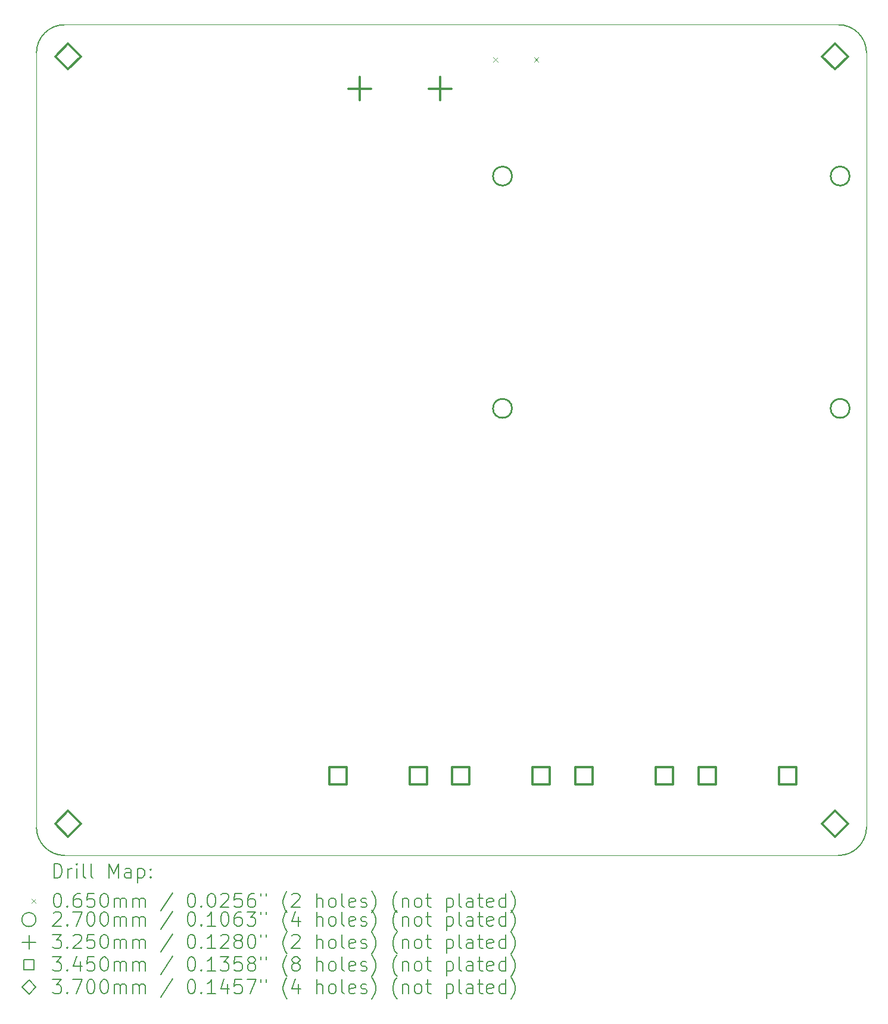
<source format=gbr>
%FSLAX45Y45*%
G04 Gerber Fmt 4.5, Leading zero omitted, Abs format (unit mm)*
G04 Created by KiCad (PCBNEW 6.0.2+dfsg-1) date 2022-11-23 20:56:26*
%MOMM*%
%LPD*%
G01*
G04 APERTURE LIST*
%TA.AperFunction,Profile*%
%ADD10C,0.100000*%
%TD*%
%TA.AperFunction,Profile*%
%ADD11C,0.150000*%
%TD*%
%ADD12C,0.200000*%
%ADD13C,0.065000*%
%ADD14C,0.270000*%
%ADD15C,0.325000*%
%ADD16C,0.345000*%
%ADD17C,0.370000*%
G04 APERTURE END LIST*
D10*
X15800000Y-4400000D02*
X15800000Y-15400000D01*
X4000000Y-15400000D02*
X4000000Y-4400000D01*
X4400000Y-4000000D02*
X15400000Y-4000000D01*
X15400000Y-15800000D02*
X4400000Y-15800000D01*
D11*
X15400000Y-15800000D02*
G75*
G03*
X15800000Y-15400000I0J400000D01*
G01*
X4400000Y-4000000D02*
G75*
G03*
X4000000Y-4400000I0J-400000D01*
G01*
X4000000Y-15400000D02*
G75*
G03*
X4400000Y-15800000I400000J0D01*
G01*
X15800000Y-4400000D02*
G75*
G03*
X15400000Y-4000000I-400000J0D01*
G01*
D12*
D13*
X10495500Y-4462800D02*
X10560500Y-4527800D01*
X10560500Y-4462800D02*
X10495500Y-4527800D01*
X11073500Y-4462800D02*
X11138500Y-4527800D01*
X11138500Y-4462800D02*
X11073500Y-4527800D01*
D14*
X10760000Y-6150000D02*
G75*
G03*
X10760000Y-6150000I-135000J0D01*
G01*
X10760000Y-9450000D02*
G75*
G03*
X10760000Y-9450000I-135000J0D01*
G01*
X15560000Y-6150000D02*
G75*
G03*
X15560000Y-6150000I-135000J0D01*
G01*
X15560000Y-9450000D02*
G75*
G03*
X15560000Y-9450000I-135000J0D01*
G01*
D15*
X8597500Y-4745100D02*
X8597500Y-5070100D01*
X8435000Y-4907600D02*
X8760000Y-4907600D01*
X9740500Y-4745100D02*
X9740500Y-5070100D01*
X9578000Y-4907600D02*
X9903000Y-4907600D01*
D16*
X8405977Y-14786977D02*
X8405977Y-14543023D01*
X8162023Y-14543023D01*
X8162023Y-14786977D01*
X8405977Y-14786977D01*
X9548977Y-14786977D02*
X9548977Y-14543023D01*
X9305023Y-14543023D01*
X9305023Y-14786977D01*
X9548977Y-14786977D01*
X10155977Y-14786977D02*
X10155977Y-14543023D01*
X9912023Y-14543023D01*
X9912023Y-14786977D01*
X10155977Y-14786977D01*
X11298977Y-14786977D02*
X11298977Y-14543023D01*
X11055023Y-14543023D01*
X11055023Y-14786977D01*
X11298977Y-14786977D01*
X11905977Y-14786977D02*
X11905977Y-14543023D01*
X11662023Y-14543023D01*
X11662023Y-14786977D01*
X11905977Y-14786977D01*
X13048977Y-14786977D02*
X13048977Y-14543023D01*
X12805023Y-14543023D01*
X12805023Y-14786977D01*
X13048977Y-14786977D01*
X13655977Y-14786977D02*
X13655977Y-14543023D01*
X13412023Y-14543023D01*
X13412023Y-14786977D01*
X13655977Y-14786977D01*
X14798977Y-14786977D02*
X14798977Y-14543023D01*
X14555023Y-14543023D01*
X14555023Y-14786977D01*
X14798977Y-14786977D01*
D17*
X4450000Y-4635000D02*
X4635000Y-4450000D01*
X4450000Y-4265000D01*
X4265000Y-4450000D01*
X4450000Y-4635000D01*
X4450000Y-15535000D02*
X4635000Y-15350000D01*
X4450000Y-15165000D01*
X4265000Y-15350000D01*
X4450000Y-15535000D01*
X15350000Y-4635000D02*
X15535000Y-4450000D01*
X15350000Y-4265000D01*
X15165000Y-4450000D01*
X15350000Y-4635000D01*
X15350000Y-15535000D02*
X15535000Y-15350000D01*
X15350000Y-15165000D01*
X15165000Y-15350000D01*
X15350000Y-15535000D01*
D12*
X4250119Y-16117976D02*
X4250119Y-15917976D01*
X4297738Y-15917976D01*
X4326310Y-15927500D01*
X4345357Y-15946548D01*
X4354881Y-15965595D01*
X4364405Y-16003690D01*
X4364405Y-16032262D01*
X4354881Y-16070357D01*
X4345357Y-16089405D01*
X4326310Y-16108452D01*
X4297738Y-16117976D01*
X4250119Y-16117976D01*
X4450119Y-16117976D02*
X4450119Y-15984643D01*
X4450119Y-16022738D02*
X4459643Y-16003690D01*
X4469167Y-15994167D01*
X4488214Y-15984643D01*
X4507262Y-15984643D01*
X4573929Y-16117976D02*
X4573929Y-15984643D01*
X4573929Y-15917976D02*
X4564405Y-15927500D01*
X4573929Y-15937024D01*
X4583452Y-15927500D01*
X4573929Y-15917976D01*
X4573929Y-15937024D01*
X4697738Y-16117976D02*
X4678690Y-16108452D01*
X4669167Y-16089405D01*
X4669167Y-15917976D01*
X4802500Y-16117976D02*
X4783452Y-16108452D01*
X4773929Y-16089405D01*
X4773929Y-15917976D01*
X5031071Y-16117976D02*
X5031071Y-15917976D01*
X5097738Y-16060833D01*
X5164405Y-15917976D01*
X5164405Y-16117976D01*
X5345357Y-16117976D02*
X5345357Y-16013214D01*
X5335833Y-15994167D01*
X5316786Y-15984643D01*
X5278690Y-15984643D01*
X5259643Y-15994167D01*
X5345357Y-16108452D02*
X5326310Y-16117976D01*
X5278690Y-16117976D01*
X5259643Y-16108452D01*
X5250119Y-16089405D01*
X5250119Y-16070357D01*
X5259643Y-16051309D01*
X5278690Y-16041786D01*
X5326310Y-16041786D01*
X5345357Y-16032262D01*
X5440595Y-15984643D02*
X5440595Y-16184643D01*
X5440595Y-15994167D02*
X5459643Y-15984643D01*
X5497738Y-15984643D01*
X5516786Y-15994167D01*
X5526310Y-16003690D01*
X5535833Y-16022738D01*
X5535833Y-16079881D01*
X5526310Y-16098928D01*
X5516786Y-16108452D01*
X5497738Y-16117976D01*
X5459643Y-16117976D01*
X5440595Y-16108452D01*
X5621548Y-16098928D02*
X5631071Y-16108452D01*
X5621548Y-16117976D01*
X5612024Y-16108452D01*
X5621548Y-16098928D01*
X5621548Y-16117976D01*
X5621548Y-15994167D02*
X5631071Y-16003690D01*
X5621548Y-16013214D01*
X5612024Y-16003690D01*
X5621548Y-15994167D01*
X5621548Y-16013214D01*
D13*
X3927500Y-16415000D02*
X3992500Y-16480000D01*
X3992500Y-16415000D02*
X3927500Y-16480000D01*
D12*
X4288214Y-16337976D02*
X4307262Y-16337976D01*
X4326310Y-16347500D01*
X4335833Y-16357024D01*
X4345357Y-16376071D01*
X4354881Y-16414167D01*
X4354881Y-16461786D01*
X4345357Y-16499881D01*
X4335833Y-16518928D01*
X4326310Y-16528452D01*
X4307262Y-16537976D01*
X4288214Y-16537976D01*
X4269167Y-16528452D01*
X4259643Y-16518928D01*
X4250119Y-16499881D01*
X4240595Y-16461786D01*
X4240595Y-16414167D01*
X4250119Y-16376071D01*
X4259643Y-16357024D01*
X4269167Y-16347500D01*
X4288214Y-16337976D01*
X4440595Y-16518928D02*
X4450119Y-16528452D01*
X4440595Y-16537976D01*
X4431071Y-16528452D01*
X4440595Y-16518928D01*
X4440595Y-16537976D01*
X4621548Y-16337976D02*
X4583452Y-16337976D01*
X4564405Y-16347500D01*
X4554881Y-16357024D01*
X4535833Y-16385595D01*
X4526310Y-16423690D01*
X4526310Y-16499881D01*
X4535833Y-16518928D01*
X4545357Y-16528452D01*
X4564405Y-16537976D01*
X4602500Y-16537976D01*
X4621548Y-16528452D01*
X4631071Y-16518928D01*
X4640595Y-16499881D01*
X4640595Y-16452262D01*
X4631071Y-16433214D01*
X4621548Y-16423690D01*
X4602500Y-16414167D01*
X4564405Y-16414167D01*
X4545357Y-16423690D01*
X4535833Y-16433214D01*
X4526310Y-16452262D01*
X4821548Y-16337976D02*
X4726310Y-16337976D01*
X4716786Y-16433214D01*
X4726310Y-16423690D01*
X4745357Y-16414167D01*
X4792976Y-16414167D01*
X4812024Y-16423690D01*
X4821548Y-16433214D01*
X4831071Y-16452262D01*
X4831071Y-16499881D01*
X4821548Y-16518928D01*
X4812024Y-16528452D01*
X4792976Y-16537976D01*
X4745357Y-16537976D01*
X4726310Y-16528452D01*
X4716786Y-16518928D01*
X4954881Y-16337976D02*
X4973929Y-16337976D01*
X4992976Y-16347500D01*
X5002500Y-16357024D01*
X5012024Y-16376071D01*
X5021548Y-16414167D01*
X5021548Y-16461786D01*
X5012024Y-16499881D01*
X5002500Y-16518928D01*
X4992976Y-16528452D01*
X4973929Y-16537976D01*
X4954881Y-16537976D01*
X4935833Y-16528452D01*
X4926310Y-16518928D01*
X4916786Y-16499881D01*
X4907262Y-16461786D01*
X4907262Y-16414167D01*
X4916786Y-16376071D01*
X4926310Y-16357024D01*
X4935833Y-16347500D01*
X4954881Y-16337976D01*
X5107262Y-16537976D02*
X5107262Y-16404643D01*
X5107262Y-16423690D02*
X5116786Y-16414167D01*
X5135833Y-16404643D01*
X5164405Y-16404643D01*
X5183452Y-16414167D01*
X5192976Y-16433214D01*
X5192976Y-16537976D01*
X5192976Y-16433214D02*
X5202500Y-16414167D01*
X5221548Y-16404643D01*
X5250119Y-16404643D01*
X5269167Y-16414167D01*
X5278690Y-16433214D01*
X5278690Y-16537976D01*
X5373929Y-16537976D02*
X5373929Y-16404643D01*
X5373929Y-16423690D02*
X5383452Y-16414167D01*
X5402500Y-16404643D01*
X5431071Y-16404643D01*
X5450119Y-16414167D01*
X5459643Y-16433214D01*
X5459643Y-16537976D01*
X5459643Y-16433214D02*
X5469167Y-16414167D01*
X5488214Y-16404643D01*
X5516786Y-16404643D01*
X5535833Y-16414167D01*
X5545357Y-16433214D01*
X5545357Y-16537976D01*
X5935833Y-16328452D02*
X5764405Y-16585595D01*
X6192976Y-16337976D02*
X6212024Y-16337976D01*
X6231071Y-16347500D01*
X6240595Y-16357024D01*
X6250119Y-16376071D01*
X6259643Y-16414167D01*
X6259643Y-16461786D01*
X6250119Y-16499881D01*
X6240595Y-16518928D01*
X6231071Y-16528452D01*
X6212024Y-16537976D01*
X6192976Y-16537976D01*
X6173928Y-16528452D01*
X6164405Y-16518928D01*
X6154881Y-16499881D01*
X6145357Y-16461786D01*
X6145357Y-16414167D01*
X6154881Y-16376071D01*
X6164405Y-16357024D01*
X6173928Y-16347500D01*
X6192976Y-16337976D01*
X6345357Y-16518928D02*
X6354881Y-16528452D01*
X6345357Y-16537976D01*
X6335833Y-16528452D01*
X6345357Y-16518928D01*
X6345357Y-16537976D01*
X6478690Y-16337976D02*
X6497738Y-16337976D01*
X6516786Y-16347500D01*
X6526309Y-16357024D01*
X6535833Y-16376071D01*
X6545357Y-16414167D01*
X6545357Y-16461786D01*
X6535833Y-16499881D01*
X6526309Y-16518928D01*
X6516786Y-16528452D01*
X6497738Y-16537976D01*
X6478690Y-16537976D01*
X6459643Y-16528452D01*
X6450119Y-16518928D01*
X6440595Y-16499881D01*
X6431071Y-16461786D01*
X6431071Y-16414167D01*
X6440595Y-16376071D01*
X6450119Y-16357024D01*
X6459643Y-16347500D01*
X6478690Y-16337976D01*
X6621548Y-16357024D02*
X6631071Y-16347500D01*
X6650119Y-16337976D01*
X6697738Y-16337976D01*
X6716786Y-16347500D01*
X6726309Y-16357024D01*
X6735833Y-16376071D01*
X6735833Y-16395119D01*
X6726309Y-16423690D01*
X6612024Y-16537976D01*
X6735833Y-16537976D01*
X6916786Y-16337976D02*
X6821548Y-16337976D01*
X6812024Y-16433214D01*
X6821548Y-16423690D01*
X6840595Y-16414167D01*
X6888214Y-16414167D01*
X6907262Y-16423690D01*
X6916786Y-16433214D01*
X6926309Y-16452262D01*
X6926309Y-16499881D01*
X6916786Y-16518928D01*
X6907262Y-16528452D01*
X6888214Y-16537976D01*
X6840595Y-16537976D01*
X6821548Y-16528452D01*
X6812024Y-16518928D01*
X7097738Y-16337976D02*
X7059643Y-16337976D01*
X7040595Y-16347500D01*
X7031071Y-16357024D01*
X7012024Y-16385595D01*
X7002500Y-16423690D01*
X7002500Y-16499881D01*
X7012024Y-16518928D01*
X7021548Y-16528452D01*
X7040595Y-16537976D01*
X7078690Y-16537976D01*
X7097738Y-16528452D01*
X7107262Y-16518928D01*
X7116786Y-16499881D01*
X7116786Y-16452262D01*
X7107262Y-16433214D01*
X7097738Y-16423690D01*
X7078690Y-16414167D01*
X7040595Y-16414167D01*
X7021548Y-16423690D01*
X7012024Y-16433214D01*
X7002500Y-16452262D01*
X7192976Y-16337976D02*
X7192976Y-16376071D01*
X7269167Y-16337976D02*
X7269167Y-16376071D01*
X7564405Y-16614167D02*
X7554881Y-16604643D01*
X7535833Y-16576071D01*
X7526309Y-16557024D01*
X7516786Y-16528452D01*
X7507262Y-16480833D01*
X7507262Y-16442738D01*
X7516786Y-16395119D01*
X7526309Y-16366548D01*
X7535833Y-16347500D01*
X7554881Y-16318928D01*
X7564405Y-16309405D01*
X7631071Y-16357024D02*
X7640595Y-16347500D01*
X7659643Y-16337976D01*
X7707262Y-16337976D01*
X7726309Y-16347500D01*
X7735833Y-16357024D01*
X7745357Y-16376071D01*
X7745357Y-16395119D01*
X7735833Y-16423690D01*
X7621548Y-16537976D01*
X7745357Y-16537976D01*
X7983452Y-16537976D02*
X7983452Y-16337976D01*
X8069167Y-16537976D02*
X8069167Y-16433214D01*
X8059643Y-16414167D01*
X8040595Y-16404643D01*
X8012024Y-16404643D01*
X7992976Y-16414167D01*
X7983452Y-16423690D01*
X8192976Y-16537976D02*
X8173928Y-16528452D01*
X8164405Y-16518928D01*
X8154881Y-16499881D01*
X8154881Y-16442738D01*
X8164405Y-16423690D01*
X8173928Y-16414167D01*
X8192976Y-16404643D01*
X8221548Y-16404643D01*
X8240595Y-16414167D01*
X8250119Y-16423690D01*
X8259643Y-16442738D01*
X8259643Y-16499881D01*
X8250119Y-16518928D01*
X8240595Y-16528452D01*
X8221548Y-16537976D01*
X8192976Y-16537976D01*
X8373928Y-16537976D02*
X8354881Y-16528452D01*
X8345357Y-16509405D01*
X8345357Y-16337976D01*
X8526310Y-16528452D02*
X8507262Y-16537976D01*
X8469167Y-16537976D01*
X8450119Y-16528452D01*
X8440595Y-16509405D01*
X8440595Y-16433214D01*
X8450119Y-16414167D01*
X8469167Y-16404643D01*
X8507262Y-16404643D01*
X8526310Y-16414167D01*
X8535833Y-16433214D01*
X8535833Y-16452262D01*
X8440595Y-16471309D01*
X8612024Y-16528452D02*
X8631071Y-16537976D01*
X8669167Y-16537976D01*
X8688214Y-16528452D01*
X8697738Y-16509405D01*
X8697738Y-16499881D01*
X8688214Y-16480833D01*
X8669167Y-16471309D01*
X8640595Y-16471309D01*
X8621548Y-16461786D01*
X8612024Y-16442738D01*
X8612024Y-16433214D01*
X8621548Y-16414167D01*
X8640595Y-16404643D01*
X8669167Y-16404643D01*
X8688214Y-16414167D01*
X8764405Y-16614167D02*
X8773929Y-16604643D01*
X8792976Y-16576071D01*
X8802500Y-16557024D01*
X8812024Y-16528452D01*
X8821548Y-16480833D01*
X8821548Y-16442738D01*
X8812024Y-16395119D01*
X8802500Y-16366548D01*
X8792976Y-16347500D01*
X8773929Y-16318928D01*
X8764405Y-16309405D01*
X9126310Y-16614167D02*
X9116786Y-16604643D01*
X9097738Y-16576071D01*
X9088214Y-16557024D01*
X9078690Y-16528452D01*
X9069167Y-16480833D01*
X9069167Y-16442738D01*
X9078690Y-16395119D01*
X9088214Y-16366548D01*
X9097738Y-16347500D01*
X9116786Y-16318928D01*
X9126310Y-16309405D01*
X9202500Y-16404643D02*
X9202500Y-16537976D01*
X9202500Y-16423690D02*
X9212024Y-16414167D01*
X9231071Y-16404643D01*
X9259643Y-16404643D01*
X9278690Y-16414167D01*
X9288214Y-16433214D01*
X9288214Y-16537976D01*
X9412024Y-16537976D02*
X9392976Y-16528452D01*
X9383452Y-16518928D01*
X9373929Y-16499881D01*
X9373929Y-16442738D01*
X9383452Y-16423690D01*
X9392976Y-16414167D01*
X9412024Y-16404643D01*
X9440595Y-16404643D01*
X9459643Y-16414167D01*
X9469167Y-16423690D01*
X9478690Y-16442738D01*
X9478690Y-16499881D01*
X9469167Y-16518928D01*
X9459643Y-16528452D01*
X9440595Y-16537976D01*
X9412024Y-16537976D01*
X9535833Y-16404643D02*
X9612024Y-16404643D01*
X9564405Y-16337976D02*
X9564405Y-16509405D01*
X9573929Y-16528452D01*
X9592976Y-16537976D01*
X9612024Y-16537976D01*
X9831071Y-16404643D02*
X9831071Y-16604643D01*
X9831071Y-16414167D02*
X9850119Y-16404643D01*
X9888214Y-16404643D01*
X9907262Y-16414167D01*
X9916786Y-16423690D01*
X9926310Y-16442738D01*
X9926310Y-16499881D01*
X9916786Y-16518928D01*
X9907262Y-16528452D01*
X9888214Y-16537976D01*
X9850119Y-16537976D01*
X9831071Y-16528452D01*
X10040595Y-16537976D02*
X10021548Y-16528452D01*
X10012024Y-16509405D01*
X10012024Y-16337976D01*
X10202500Y-16537976D02*
X10202500Y-16433214D01*
X10192976Y-16414167D01*
X10173929Y-16404643D01*
X10135833Y-16404643D01*
X10116786Y-16414167D01*
X10202500Y-16528452D02*
X10183452Y-16537976D01*
X10135833Y-16537976D01*
X10116786Y-16528452D01*
X10107262Y-16509405D01*
X10107262Y-16490357D01*
X10116786Y-16471309D01*
X10135833Y-16461786D01*
X10183452Y-16461786D01*
X10202500Y-16452262D01*
X10269167Y-16404643D02*
X10345357Y-16404643D01*
X10297738Y-16337976D02*
X10297738Y-16509405D01*
X10307262Y-16528452D01*
X10326310Y-16537976D01*
X10345357Y-16537976D01*
X10488214Y-16528452D02*
X10469167Y-16537976D01*
X10431071Y-16537976D01*
X10412024Y-16528452D01*
X10402500Y-16509405D01*
X10402500Y-16433214D01*
X10412024Y-16414167D01*
X10431071Y-16404643D01*
X10469167Y-16404643D01*
X10488214Y-16414167D01*
X10497738Y-16433214D01*
X10497738Y-16452262D01*
X10402500Y-16471309D01*
X10669167Y-16537976D02*
X10669167Y-16337976D01*
X10669167Y-16528452D02*
X10650119Y-16537976D01*
X10612024Y-16537976D01*
X10592976Y-16528452D01*
X10583452Y-16518928D01*
X10573929Y-16499881D01*
X10573929Y-16442738D01*
X10583452Y-16423690D01*
X10592976Y-16414167D01*
X10612024Y-16404643D01*
X10650119Y-16404643D01*
X10669167Y-16414167D01*
X10745357Y-16614167D02*
X10754881Y-16604643D01*
X10773929Y-16576071D01*
X10783452Y-16557024D01*
X10792976Y-16528452D01*
X10802500Y-16480833D01*
X10802500Y-16442738D01*
X10792976Y-16395119D01*
X10783452Y-16366548D01*
X10773929Y-16347500D01*
X10754881Y-16318928D01*
X10745357Y-16309405D01*
X3992500Y-16711500D02*
G75*
G03*
X3992500Y-16711500I-100000J0D01*
G01*
X4240595Y-16621024D02*
X4250119Y-16611500D01*
X4269167Y-16601976D01*
X4316786Y-16601976D01*
X4335833Y-16611500D01*
X4345357Y-16621024D01*
X4354881Y-16640071D01*
X4354881Y-16659119D01*
X4345357Y-16687690D01*
X4231071Y-16801976D01*
X4354881Y-16801976D01*
X4440595Y-16782929D02*
X4450119Y-16792452D01*
X4440595Y-16801976D01*
X4431071Y-16792452D01*
X4440595Y-16782929D01*
X4440595Y-16801976D01*
X4516786Y-16601976D02*
X4650119Y-16601976D01*
X4564405Y-16801976D01*
X4764405Y-16601976D02*
X4783452Y-16601976D01*
X4802500Y-16611500D01*
X4812024Y-16621024D01*
X4821548Y-16640071D01*
X4831071Y-16678167D01*
X4831071Y-16725786D01*
X4821548Y-16763881D01*
X4812024Y-16782929D01*
X4802500Y-16792452D01*
X4783452Y-16801976D01*
X4764405Y-16801976D01*
X4745357Y-16792452D01*
X4735833Y-16782929D01*
X4726310Y-16763881D01*
X4716786Y-16725786D01*
X4716786Y-16678167D01*
X4726310Y-16640071D01*
X4735833Y-16621024D01*
X4745357Y-16611500D01*
X4764405Y-16601976D01*
X4954881Y-16601976D02*
X4973929Y-16601976D01*
X4992976Y-16611500D01*
X5002500Y-16621024D01*
X5012024Y-16640071D01*
X5021548Y-16678167D01*
X5021548Y-16725786D01*
X5012024Y-16763881D01*
X5002500Y-16782929D01*
X4992976Y-16792452D01*
X4973929Y-16801976D01*
X4954881Y-16801976D01*
X4935833Y-16792452D01*
X4926310Y-16782929D01*
X4916786Y-16763881D01*
X4907262Y-16725786D01*
X4907262Y-16678167D01*
X4916786Y-16640071D01*
X4926310Y-16621024D01*
X4935833Y-16611500D01*
X4954881Y-16601976D01*
X5107262Y-16801976D02*
X5107262Y-16668643D01*
X5107262Y-16687690D02*
X5116786Y-16678167D01*
X5135833Y-16668643D01*
X5164405Y-16668643D01*
X5183452Y-16678167D01*
X5192976Y-16697214D01*
X5192976Y-16801976D01*
X5192976Y-16697214D02*
X5202500Y-16678167D01*
X5221548Y-16668643D01*
X5250119Y-16668643D01*
X5269167Y-16678167D01*
X5278690Y-16697214D01*
X5278690Y-16801976D01*
X5373929Y-16801976D02*
X5373929Y-16668643D01*
X5373929Y-16687690D02*
X5383452Y-16678167D01*
X5402500Y-16668643D01*
X5431071Y-16668643D01*
X5450119Y-16678167D01*
X5459643Y-16697214D01*
X5459643Y-16801976D01*
X5459643Y-16697214D02*
X5469167Y-16678167D01*
X5488214Y-16668643D01*
X5516786Y-16668643D01*
X5535833Y-16678167D01*
X5545357Y-16697214D01*
X5545357Y-16801976D01*
X5935833Y-16592452D02*
X5764405Y-16849595D01*
X6192976Y-16601976D02*
X6212024Y-16601976D01*
X6231071Y-16611500D01*
X6240595Y-16621024D01*
X6250119Y-16640071D01*
X6259643Y-16678167D01*
X6259643Y-16725786D01*
X6250119Y-16763881D01*
X6240595Y-16782929D01*
X6231071Y-16792452D01*
X6212024Y-16801976D01*
X6192976Y-16801976D01*
X6173928Y-16792452D01*
X6164405Y-16782929D01*
X6154881Y-16763881D01*
X6145357Y-16725786D01*
X6145357Y-16678167D01*
X6154881Y-16640071D01*
X6164405Y-16621024D01*
X6173928Y-16611500D01*
X6192976Y-16601976D01*
X6345357Y-16782929D02*
X6354881Y-16792452D01*
X6345357Y-16801976D01*
X6335833Y-16792452D01*
X6345357Y-16782929D01*
X6345357Y-16801976D01*
X6545357Y-16801976D02*
X6431071Y-16801976D01*
X6488214Y-16801976D02*
X6488214Y-16601976D01*
X6469167Y-16630548D01*
X6450119Y-16649595D01*
X6431071Y-16659119D01*
X6669167Y-16601976D02*
X6688214Y-16601976D01*
X6707262Y-16611500D01*
X6716786Y-16621024D01*
X6726309Y-16640071D01*
X6735833Y-16678167D01*
X6735833Y-16725786D01*
X6726309Y-16763881D01*
X6716786Y-16782929D01*
X6707262Y-16792452D01*
X6688214Y-16801976D01*
X6669167Y-16801976D01*
X6650119Y-16792452D01*
X6640595Y-16782929D01*
X6631071Y-16763881D01*
X6621548Y-16725786D01*
X6621548Y-16678167D01*
X6631071Y-16640071D01*
X6640595Y-16621024D01*
X6650119Y-16611500D01*
X6669167Y-16601976D01*
X6907262Y-16601976D02*
X6869167Y-16601976D01*
X6850119Y-16611500D01*
X6840595Y-16621024D01*
X6821548Y-16649595D01*
X6812024Y-16687690D01*
X6812024Y-16763881D01*
X6821548Y-16782929D01*
X6831071Y-16792452D01*
X6850119Y-16801976D01*
X6888214Y-16801976D01*
X6907262Y-16792452D01*
X6916786Y-16782929D01*
X6926309Y-16763881D01*
X6926309Y-16716262D01*
X6916786Y-16697214D01*
X6907262Y-16687690D01*
X6888214Y-16678167D01*
X6850119Y-16678167D01*
X6831071Y-16687690D01*
X6821548Y-16697214D01*
X6812024Y-16716262D01*
X6992976Y-16601976D02*
X7116786Y-16601976D01*
X7050119Y-16678167D01*
X7078690Y-16678167D01*
X7097738Y-16687690D01*
X7107262Y-16697214D01*
X7116786Y-16716262D01*
X7116786Y-16763881D01*
X7107262Y-16782929D01*
X7097738Y-16792452D01*
X7078690Y-16801976D01*
X7021548Y-16801976D01*
X7002500Y-16792452D01*
X6992976Y-16782929D01*
X7192976Y-16601976D02*
X7192976Y-16640071D01*
X7269167Y-16601976D02*
X7269167Y-16640071D01*
X7564405Y-16878167D02*
X7554881Y-16868643D01*
X7535833Y-16840071D01*
X7526309Y-16821024D01*
X7516786Y-16792452D01*
X7507262Y-16744833D01*
X7507262Y-16706738D01*
X7516786Y-16659119D01*
X7526309Y-16630548D01*
X7535833Y-16611500D01*
X7554881Y-16582928D01*
X7564405Y-16573405D01*
X7726309Y-16668643D02*
X7726309Y-16801976D01*
X7678690Y-16592452D02*
X7631071Y-16735309D01*
X7754881Y-16735309D01*
X7983452Y-16801976D02*
X7983452Y-16601976D01*
X8069167Y-16801976D02*
X8069167Y-16697214D01*
X8059643Y-16678167D01*
X8040595Y-16668643D01*
X8012024Y-16668643D01*
X7992976Y-16678167D01*
X7983452Y-16687690D01*
X8192976Y-16801976D02*
X8173928Y-16792452D01*
X8164405Y-16782929D01*
X8154881Y-16763881D01*
X8154881Y-16706738D01*
X8164405Y-16687690D01*
X8173928Y-16678167D01*
X8192976Y-16668643D01*
X8221548Y-16668643D01*
X8240595Y-16678167D01*
X8250119Y-16687690D01*
X8259643Y-16706738D01*
X8259643Y-16763881D01*
X8250119Y-16782929D01*
X8240595Y-16792452D01*
X8221548Y-16801976D01*
X8192976Y-16801976D01*
X8373928Y-16801976D02*
X8354881Y-16792452D01*
X8345357Y-16773405D01*
X8345357Y-16601976D01*
X8526310Y-16792452D02*
X8507262Y-16801976D01*
X8469167Y-16801976D01*
X8450119Y-16792452D01*
X8440595Y-16773405D01*
X8440595Y-16697214D01*
X8450119Y-16678167D01*
X8469167Y-16668643D01*
X8507262Y-16668643D01*
X8526310Y-16678167D01*
X8535833Y-16697214D01*
X8535833Y-16716262D01*
X8440595Y-16735309D01*
X8612024Y-16792452D02*
X8631071Y-16801976D01*
X8669167Y-16801976D01*
X8688214Y-16792452D01*
X8697738Y-16773405D01*
X8697738Y-16763881D01*
X8688214Y-16744833D01*
X8669167Y-16735309D01*
X8640595Y-16735309D01*
X8621548Y-16725786D01*
X8612024Y-16706738D01*
X8612024Y-16697214D01*
X8621548Y-16678167D01*
X8640595Y-16668643D01*
X8669167Y-16668643D01*
X8688214Y-16678167D01*
X8764405Y-16878167D02*
X8773929Y-16868643D01*
X8792976Y-16840071D01*
X8802500Y-16821024D01*
X8812024Y-16792452D01*
X8821548Y-16744833D01*
X8821548Y-16706738D01*
X8812024Y-16659119D01*
X8802500Y-16630548D01*
X8792976Y-16611500D01*
X8773929Y-16582928D01*
X8764405Y-16573405D01*
X9126310Y-16878167D02*
X9116786Y-16868643D01*
X9097738Y-16840071D01*
X9088214Y-16821024D01*
X9078690Y-16792452D01*
X9069167Y-16744833D01*
X9069167Y-16706738D01*
X9078690Y-16659119D01*
X9088214Y-16630548D01*
X9097738Y-16611500D01*
X9116786Y-16582928D01*
X9126310Y-16573405D01*
X9202500Y-16668643D02*
X9202500Y-16801976D01*
X9202500Y-16687690D02*
X9212024Y-16678167D01*
X9231071Y-16668643D01*
X9259643Y-16668643D01*
X9278690Y-16678167D01*
X9288214Y-16697214D01*
X9288214Y-16801976D01*
X9412024Y-16801976D02*
X9392976Y-16792452D01*
X9383452Y-16782929D01*
X9373929Y-16763881D01*
X9373929Y-16706738D01*
X9383452Y-16687690D01*
X9392976Y-16678167D01*
X9412024Y-16668643D01*
X9440595Y-16668643D01*
X9459643Y-16678167D01*
X9469167Y-16687690D01*
X9478690Y-16706738D01*
X9478690Y-16763881D01*
X9469167Y-16782929D01*
X9459643Y-16792452D01*
X9440595Y-16801976D01*
X9412024Y-16801976D01*
X9535833Y-16668643D02*
X9612024Y-16668643D01*
X9564405Y-16601976D02*
X9564405Y-16773405D01*
X9573929Y-16792452D01*
X9592976Y-16801976D01*
X9612024Y-16801976D01*
X9831071Y-16668643D02*
X9831071Y-16868643D01*
X9831071Y-16678167D02*
X9850119Y-16668643D01*
X9888214Y-16668643D01*
X9907262Y-16678167D01*
X9916786Y-16687690D01*
X9926310Y-16706738D01*
X9926310Y-16763881D01*
X9916786Y-16782929D01*
X9907262Y-16792452D01*
X9888214Y-16801976D01*
X9850119Y-16801976D01*
X9831071Y-16792452D01*
X10040595Y-16801976D02*
X10021548Y-16792452D01*
X10012024Y-16773405D01*
X10012024Y-16601976D01*
X10202500Y-16801976D02*
X10202500Y-16697214D01*
X10192976Y-16678167D01*
X10173929Y-16668643D01*
X10135833Y-16668643D01*
X10116786Y-16678167D01*
X10202500Y-16792452D02*
X10183452Y-16801976D01*
X10135833Y-16801976D01*
X10116786Y-16792452D01*
X10107262Y-16773405D01*
X10107262Y-16754357D01*
X10116786Y-16735309D01*
X10135833Y-16725786D01*
X10183452Y-16725786D01*
X10202500Y-16716262D01*
X10269167Y-16668643D02*
X10345357Y-16668643D01*
X10297738Y-16601976D02*
X10297738Y-16773405D01*
X10307262Y-16792452D01*
X10326310Y-16801976D01*
X10345357Y-16801976D01*
X10488214Y-16792452D02*
X10469167Y-16801976D01*
X10431071Y-16801976D01*
X10412024Y-16792452D01*
X10402500Y-16773405D01*
X10402500Y-16697214D01*
X10412024Y-16678167D01*
X10431071Y-16668643D01*
X10469167Y-16668643D01*
X10488214Y-16678167D01*
X10497738Y-16697214D01*
X10497738Y-16716262D01*
X10402500Y-16735309D01*
X10669167Y-16801976D02*
X10669167Y-16601976D01*
X10669167Y-16792452D02*
X10650119Y-16801976D01*
X10612024Y-16801976D01*
X10592976Y-16792452D01*
X10583452Y-16782929D01*
X10573929Y-16763881D01*
X10573929Y-16706738D01*
X10583452Y-16687690D01*
X10592976Y-16678167D01*
X10612024Y-16668643D01*
X10650119Y-16668643D01*
X10669167Y-16678167D01*
X10745357Y-16878167D02*
X10754881Y-16868643D01*
X10773929Y-16840071D01*
X10783452Y-16821024D01*
X10792976Y-16792452D01*
X10802500Y-16744833D01*
X10802500Y-16706738D01*
X10792976Y-16659119D01*
X10783452Y-16630548D01*
X10773929Y-16611500D01*
X10754881Y-16582928D01*
X10745357Y-16573405D01*
X3892500Y-16931500D02*
X3892500Y-17131500D01*
X3792500Y-17031500D02*
X3992500Y-17031500D01*
X4231071Y-16921976D02*
X4354881Y-16921976D01*
X4288214Y-16998167D01*
X4316786Y-16998167D01*
X4335833Y-17007690D01*
X4345357Y-17017214D01*
X4354881Y-17036262D01*
X4354881Y-17083881D01*
X4345357Y-17102929D01*
X4335833Y-17112452D01*
X4316786Y-17121976D01*
X4259643Y-17121976D01*
X4240595Y-17112452D01*
X4231071Y-17102929D01*
X4440595Y-17102929D02*
X4450119Y-17112452D01*
X4440595Y-17121976D01*
X4431071Y-17112452D01*
X4440595Y-17102929D01*
X4440595Y-17121976D01*
X4526310Y-16941024D02*
X4535833Y-16931500D01*
X4554881Y-16921976D01*
X4602500Y-16921976D01*
X4621548Y-16931500D01*
X4631071Y-16941024D01*
X4640595Y-16960071D01*
X4640595Y-16979119D01*
X4631071Y-17007690D01*
X4516786Y-17121976D01*
X4640595Y-17121976D01*
X4821548Y-16921976D02*
X4726310Y-16921976D01*
X4716786Y-17017214D01*
X4726310Y-17007690D01*
X4745357Y-16998167D01*
X4792976Y-16998167D01*
X4812024Y-17007690D01*
X4821548Y-17017214D01*
X4831071Y-17036262D01*
X4831071Y-17083881D01*
X4821548Y-17102929D01*
X4812024Y-17112452D01*
X4792976Y-17121976D01*
X4745357Y-17121976D01*
X4726310Y-17112452D01*
X4716786Y-17102929D01*
X4954881Y-16921976D02*
X4973929Y-16921976D01*
X4992976Y-16931500D01*
X5002500Y-16941024D01*
X5012024Y-16960071D01*
X5021548Y-16998167D01*
X5021548Y-17045786D01*
X5012024Y-17083881D01*
X5002500Y-17102929D01*
X4992976Y-17112452D01*
X4973929Y-17121976D01*
X4954881Y-17121976D01*
X4935833Y-17112452D01*
X4926310Y-17102929D01*
X4916786Y-17083881D01*
X4907262Y-17045786D01*
X4907262Y-16998167D01*
X4916786Y-16960071D01*
X4926310Y-16941024D01*
X4935833Y-16931500D01*
X4954881Y-16921976D01*
X5107262Y-17121976D02*
X5107262Y-16988643D01*
X5107262Y-17007690D02*
X5116786Y-16998167D01*
X5135833Y-16988643D01*
X5164405Y-16988643D01*
X5183452Y-16998167D01*
X5192976Y-17017214D01*
X5192976Y-17121976D01*
X5192976Y-17017214D02*
X5202500Y-16998167D01*
X5221548Y-16988643D01*
X5250119Y-16988643D01*
X5269167Y-16998167D01*
X5278690Y-17017214D01*
X5278690Y-17121976D01*
X5373929Y-17121976D02*
X5373929Y-16988643D01*
X5373929Y-17007690D02*
X5383452Y-16998167D01*
X5402500Y-16988643D01*
X5431071Y-16988643D01*
X5450119Y-16998167D01*
X5459643Y-17017214D01*
X5459643Y-17121976D01*
X5459643Y-17017214D02*
X5469167Y-16998167D01*
X5488214Y-16988643D01*
X5516786Y-16988643D01*
X5535833Y-16998167D01*
X5545357Y-17017214D01*
X5545357Y-17121976D01*
X5935833Y-16912452D02*
X5764405Y-17169595D01*
X6192976Y-16921976D02*
X6212024Y-16921976D01*
X6231071Y-16931500D01*
X6240595Y-16941024D01*
X6250119Y-16960071D01*
X6259643Y-16998167D01*
X6259643Y-17045786D01*
X6250119Y-17083881D01*
X6240595Y-17102929D01*
X6231071Y-17112452D01*
X6212024Y-17121976D01*
X6192976Y-17121976D01*
X6173928Y-17112452D01*
X6164405Y-17102929D01*
X6154881Y-17083881D01*
X6145357Y-17045786D01*
X6145357Y-16998167D01*
X6154881Y-16960071D01*
X6164405Y-16941024D01*
X6173928Y-16931500D01*
X6192976Y-16921976D01*
X6345357Y-17102929D02*
X6354881Y-17112452D01*
X6345357Y-17121976D01*
X6335833Y-17112452D01*
X6345357Y-17102929D01*
X6345357Y-17121976D01*
X6545357Y-17121976D02*
X6431071Y-17121976D01*
X6488214Y-17121976D02*
X6488214Y-16921976D01*
X6469167Y-16950548D01*
X6450119Y-16969595D01*
X6431071Y-16979119D01*
X6621548Y-16941024D02*
X6631071Y-16931500D01*
X6650119Y-16921976D01*
X6697738Y-16921976D01*
X6716786Y-16931500D01*
X6726309Y-16941024D01*
X6735833Y-16960071D01*
X6735833Y-16979119D01*
X6726309Y-17007690D01*
X6612024Y-17121976D01*
X6735833Y-17121976D01*
X6850119Y-17007690D02*
X6831071Y-16998167D01*
X6821548Y-16988643D01*
X6812024Y-16969595D01*
X6812024Y-16960071D01*
X6821548Y-16941024D01*
X6831071Y-16931500D01*
X6850119Y-16921976D01*
X6888214Y-16921976D01*
X6907262Y-16931500D01*
X6916786Y-16941024D01*
X6926309Y-16960071D01*
X6926309Y-16969595D01*
X6916786Y-16988643D01*
X6907262Y-16998167D01*
X6888214Y-17007690D01*
X6850119Y-17007690D01*
X6831071Y-17017214D01*
X6821548Y-17026738D01*
X6812024Y-17045786D01*
X6812024Y-17083881D01*
X6821548Y-17102929D01*
X6831071Y-17112452D01*
X6850119Y-17121976D01*
X6888214Y-17121976D01*
X6907262Y-17112452D01*
X6916786Y-17102929D01*
X6926309Y-17083881D01*
X6926309Y-17045786D01*
X6916786Y-17026738D01*
X6907262Y-17017214D01*
X6888214Y-17007690D01*
X7050119Y-16921976D02*
X7069167Y-16921976D01*
X7088214Y-16931500D01*
X7097738Y-16941024D01*
X7107262Y-16960071D01*
X7116786Y-16998167D01*
X7116786Y-17045786D01*
X7107262Y-17083881D01*
X7097738Y-17102929D01*
X7088214Y-17112452D01*
X7069167Y-17121976D01*
X7050119Y-17121976D01*
X7031071Y-17112452D01*
X7021548Y-17102929D01*
X7012024Y-17083881D01*
X7002500Y-17045786D01*
X7002500Y-16998167D01*
X7012024Y-16960071D01*
X7021548Y-16941024D01*
X7031071Y-16931500D01*
X7050119Y-16921976D01*
X7192976Y-16921976D02*
X7192976Y-16960071D01*
X7269167Y-16921976D02*
X7269167Y-16960071D01*
X7564405Y-17198167D02*
X7554881Y-17188643D01*
X7535833Y-17160071D01*
X7526309Y-17141024D01*
X7516786Y-17112452D01*
X7507262Y-17064833D01*
X7507262Y-17026738D01*
X7516786Y-16979119D01*
X7526309Y-16950548D01*
X7535833Y-16931500D01*
X7554881Y-16902929D01*
X7564405Y-16893405D01*
X7631071Y-16941024D02*
X7640595Y-16931500D01*
X7659643Y-16921976D01*
X7707262Y-16921976D01*
X7726309Y-16931500D01*
X7735833Y-16941024D01*
X7745357Y-16960071D01*
X7745357Y-16979119D01*
X7735833Y-17007690D01*
X7621548Y-17121976D01*
X7745357Y-17121976D01*
X7983452Y-17121976D02*
X7983452Y-16921976D01*
X8069167Y-17121976D02*
X8069167Y-17017214D01*
X8059643Y-16998167D01*
X8040595Y-16988643D01*
X8012024Y-16988643D01*
X7992976Y-16998167D01*
X7983452Y-17007690D01*
X8192976Y-17121976D02*
X8173928Y-17112452D01*
X8164405Y-17102929D01*
X8154881Y-17083881D01*
X8154881Y-17026738D01*
X8164405Y-17007690D01*
X8173928Y-16998167D01*
X8192976Y-16988643D01*
X8221548Y-16988643D01*
X8240595Y-16998167D01*
X8250119Y-17007690D01*
X8259643Y-17026738D01*
X8259643Y-17083881D01*
X8250119Y-17102929D01*
X8240595Y-17112452D01*
X8221548Y-17121976D01*
X8192976Y-17121976D01*
X8373928Y-17121976D02*
X8354881Y-17112452D01*
X8345357Y-17093405D01*
X8345357Y-16921976D01*
X8526310Y-17112452D02*
X8507262Y-17121976D01*
X8469167Y-17121976D01*
X8450119Y-17112452D01*
X8440595Y-17093405D01*
X8440595Y-17017214D01*
X8450119Y-16998167D01*
X8469167Y-16988643D01*
X8507262Y-16988643D01*
X8526310Y-16998167D01*
X8535833Y-17017214D01*
X8535833Y-17036262D01*
X8440595Y-17055310D01*
X8612024Y-17112452D02*
X8631071Y-17121976D01*
X8669167Y-17121976D01*
X8688214Y-17112452D01*
X8697738Y-17093405D01*
X8697738Y-17083881D01*
X8688214Y-17064833D01*
X8669167Y-17055310D01*
X8640595Y-17055310D01*
X8621548Y-17045786D01*
X8612024Y-17026738D01*
X8612024Y-17017214D01*
X8621548Y-16998167D01*
X8640595Y-16988643D01*
X8669167Y-16988643D01*
X8688214Y-16998167D01*
X8764405Y-17198167D02*
X8773929Y-17188643D01*
X8792976Y-17160071D01*
X8802500Y-17141024D01*
X8812024Y-17112452D01*
X8821548Y-17064833D01*
X8821548Y-17026738D01*
X8812024Y-16979119D01*
X8802500Y-16950548D01*
X8792976Y-16931500D01*
X8773929Y-16902929D01*
X8764405Y-16893405D01*
X9126310Y-17198167D02*
X9116786Y-17188643D01*
X9097738Y-17160071D01*
X9088214Y-17141024D01*
X9078690Y-17112452D01*
X9069167Y-17064833D01*
X9069167Y-17026738D01*
X9078690Y-16979119D01*
X9088214Y-16950548D01*
X9097738Y-16931500D01*
X9116786Y-16902929D01*
X9126310Y-16893405D01*
X9202500Y-16988643D02*
X9202500Y-17121976D01*
X9202500Y-17007690D02*
X9212024Y-16998167D01*
X9231071Y-16988643D01*
X9259643Y-16988643D01*
X9278690Y-16998167D01*
X9288214Y-17017214D01*
X9288214Y-17121976D01*
X9412024Y-17121976D02*
X9392976Y-17112452D01*
X9383452Y-17102929D01*
X9373929Y-17083881D01*
X9373929Y-17026738D01*
X9383452Y-17007690D01*
X9392976Y-16998167D01*
X9412024Y-16988643D01*
X9440595Y-16988643D01*
X9459643Y-16998167D01*
X9469167Y-17007690D01*
X9478690Y-17026738D01*
X9478690Y-17083881D01*
X9469167Y-17102929D01*
X9459643Y-17112452D01*
X9440595Y-17121976D01*
X9412024Y-17121976D01*
X9535833Y-16988643D02*
X9612024Y-16988643D01*
X9564405Y-16921976D02*
X9564405Y-17093405D01*
X9573929Y-17112452D01*
X9592976Y-17121976D01*
X9612024Y-17121976D01*
X9831071Y-16988643D02*
X9831071Y-17188643D01*
X9831071Y-16998167D02*
X9850119Y-16988643D01*
X9888214Y-16988643D01*
X9907262Y-16998167D01*
X9916786Y-17007690D01*
X9926310Y-17026738D01*
X9926310Y-17083881D01*
X9916786Y-17102929D01*
X9907262Y-17112452D01*
X9888214Y-17121976D01*
X9850119Y-17121976D01*
X9831071Y-17112452D01*
X10040595Y-17121976D02*
X10021548Y-17112452D01*
X10012024Y-17093405D01*
X10012024Y-16921976D01*
X10202500Y-17121976D02*
X10202500Y-17017214D01*
X10192976Y-16998167D01*
X10173929Y-16988643D01*
X10135833Y-16988643D01*
X10116786Y-16998167D01*
X10202500Y-17112452D02*
X10183452Y-17121976D01*
X10135833Y-17121976D01*
X10116786Y-17112452D01*
X10107262Y-17093405D01*
X10107262Y-17074357D01*
X10116786Y-17055310D01*
X10135833Y-17045786D01*
X10183452Y-17045786D01*
X10202500Y-17036262D01*
X10269167Y-16988643D02*
X10345357Y-16988643D01*
X10297738Y-16921976D02*
X10297738Y-17093405D01*
X10307262Y-17112452D01*
X10326310Y-17121976D01*
X10345357Y-17121976D01*
X10488214Y-17112452D02*
X10469167Y-17121976D01*
X10431071Y-17121976D01*
X10412024Y-17112452D01*
X10402500Y-17093405D01*
X10402500Y-17017214D01*
X10412024Y-16998167D01*
X10431071Y-16988643D01*
X10469167Y-16988643D01*
X10488214Y-16998167D01*
X10497738Y-17017214D01*
X10497738Y-17036262D01*
X10402500Y-17055310D01*
X10669167Y-17121976D02*
X10669167Y-16921976D01*
X10669167Y-17112452D02*
X10650119Y-17121976D01*
X10612024Y-17121976D01*
X10592976Y-17112452D01*
X10583452Y-17102929D01*
X10573929Y-17083881D01*
X10573929Y-17026738D01*
X10583452Y-17007690D01*
X10592976Y-16998167D01*
X10612024Y-16988643D01*
X10650119Y-16988643D01*
X10669167Y-16998167D01*
X10745357Y-17198167D02*
X10754881Y-17188643D01*
X10773929Y-17160071D01*
X10783452Y-17141024D01*
X10792976Y-17112452D01*
X10802500Y-17064833D01*
X10802500Y-17026738D01*
X10792976Y-16979119D01*
X10783452Y-16950548D01*
X10773929Y-16931500D01*
X10754881Y-16902929D01*
X10745357Y-16893405D01*
X3963211Y-17422211D02*
X3963211Y-17280789D01*
X3821789Y-17280789D01*
X3821789Y-17422211D01*
X3963211Y-17422211D01*
X4231071Y-17241976D02*
X4354881Y-17241976D01*
X4288214Y-17318167D01*
X4316786Y-17318167D01*
X4335833Y-17327690D01*
X4345357Y-17337214D01*
X4354881Y-17356262D01*
X4354881Y-17403881D01*
X4345357Y-17422929D01*
X4335833Y-17432452D01*
X4316786Y-17441976D01*
X4259643Y-17441976D01*
X4240595Y-17432452D01*
X4231071Y-17422929D01*
X4440595Y-17422929D02*
X4450119Y-17432452D01*
X4440595Y-17441976D01*
X4431071Y-17432452D01*
X4440595Y-17422929D01*
X4440595Y-17441976D01*
X4621548Y-17308643D02*
X4621548Y-17441976D01*
X4573929Y-17232452D02*
X4526310Y-17375310D01*
X4650119Y-17375310D01*
X4821548Y-17241976D02*
X4726310Y-17241976D01*
X4716786Y-17337214D01*
X4726310Y-17327690D01*
X4745357Y-17318167D01*
X4792976Y-17318167D01*
X4812024Y-17327690D01*
X4821548Y-17337214D01*
X4831071Y-17356262D01*
X4831071Y-17403881D01*
X4821548Y-17422929D01*
X4812024Y-17432452D01*
X4792976Y-17441976D01*
X4745357Y-17441976D01*
X4726310Y-17432452D01*
X4716786Y-17422929D01*
X4954881Y-17241976D02*
X4973929Y-17241976D01*
X4992976Y-17251500D01*
X5002500Y-17261024D01*
X5012024Y-17280071D01*
X5021548Y-17318167D01*
X5021548Y-17365786D01*
X5012024Y-17403881D01*
X5002500Y-17422929D01*
X4992976Y-17432452D01*
X4973929Y-17441976D01*
X4954881Y-17441976D01*
X4935833Y-17432452D01*
X4926310Y-17422929D01*
X4916786Y-17403881D01*
X4907262Y-17365786D01*
X4907262Y-17318167D01*
X4916786Y-17280071D01*
X4926310Y-17261024D01*
X4935833Y-17251500D01*
X4954881Y-17241976D01*
X5107262Y-17441976D02*
X5107262Y-17308643D01*
X5107262Y-17327690D02*
X5116786Y-17318167D01*
X5135833Y-17308643D01*
X5164405Y-17308643D01*
X5183452Y-17318167D01*
X5192976Y-17337214D01*
X5192976Y-17441976D01*
X5192976Y-17337214D02*
X5202500Y-17318167D01*
X5221548Y-17308643D01*
X5250119Y-17308643D01*
X5269167Y-17318167D01*
X5278690Y-17337214D01*
X5278690Y-17441976D01*
X5373929Y-17441976D02*
X5373929Y-17308643D01*
X5373929Y-17327690D02*
X5383452Y-17318167D01*
X5402500Y-17308643D01*
X5431071Y-17308643D01*
X5450119Y-17318167D01*
X5459643Y-17337214D01*
X5459643Y-17441976D01*
X5459643Y-17337214D02*
X5469167Y-17318167D01*
X5488214Y-17308643D01*
X5516786Y-17308643D01*
X5535833Y-17318167D01*
X5545357Y-17337214D01*
X5545357Y-17441976D01*
X5935833Y-17232452D02*
X5764405Y-17489595D01*
X6192976Y-17241976D02*
X6212024Y-17241976D01*
X6231071Y-17251500D01*
X6240595Y-17261024D01*
X6250119Y-17280071D01*
X6259643Y-17318167D01*
X6259643Y-17365786D01*
X6250119Y-17403881D01*
X6240595Y-17422929D01*
X6231071Y-17432452D01*
X6212024Y-17441976D01*
X6192976Y-17441976D01*
X6173928Y-17432452D01*
X6164405Y-17422929D01*
X6154881Y-17403881D01*
X6145357Y-17365786D01*
X6145357Y-17318167D01*
X6154881Y-17280071D01*
X6164405Y-17261024D01*
X6173928Y-17251500D01*
X6192976Y-17241976D01*
X6345357Y-17422929D02*
X6354881Y-17432452D01*
X6345357Y-17441976D01*
X6335833Y-17432452D01*
X6345357Y-17422929D01*
X6345357Y-17441976D01*
X6545357Y-17441976D02*
X6431071Y-17441976D01*
X6488214Y-17441976D02*
X6488214Y-17241976D01*
X6469167Y-17270548D01*
X6450119Y-17289595D01*
X6431071Y-17299119D01*
X6612024Y-17241976D02*
X6735833Y-17241976D01*
X6669167Y-17318167D01*
X6697738Y-17318167D01*
X6716786Y-17327690D01*
X6726309Y-17337214D01*
X6735833Y-17356262D01*
X6735833Y-17403881D01*
X6726309Y-17422929D01*
X6716786Y-17432452D01*
X6697738Y-17441976D01*
X6640595Y-17441976D01*
X6621548Y-17432452D01*
X6612024Y-17422929D01*
X6916786Y-17241976D02*
X6821548Y-17241976D01*
X6812024Y-17337214D01*
X6821548Y-17327690D01*
X6840595Y-17318167D01*
X6888214Y-17318167D01*
X6907262Y-17327690D01*
X6916786Y-17337214D01*
X6926309Y-17356262D01*
X6926309Y-17403881D01*
X6916786Y-17422929D01*
X6907262Y-17432452D01*
X6888214Y-17441976D01*
X6840595Y-17441976D01*
X6821548Y-17432452D01*
X6812024Y-17422929D01*
X7040595Y-17327690D02*
X7021548Y-17318167D01*
X7012024Y-17308643D01*
X7002500Y-17289595D01*
X7002500Y-17280071D01*
X7012024Y-17261024D01*
X7021548Y-17251500D01*
X7040595Y-17241976D01*
X7078690Y-17241976D01*
X7097738Y-17251500D01*
X7107262Y-17261024D01*
X7116786Y-17280071D01*
X7116786Y-17289595D01*
X7107262Y-17308643D01*
X7097738Y-17318167D01*
X7078690Y-17327690D01*
X7040595Y-17327690D01*
X7021548Y-17337214D01*
X7012024Y-17346738D01*
X7002500Y-17365786D01*
X7002500Y-17403881D01*
X7012024Y-17422929D01*
X7021548Y-17432452D01*
X7040595Y-17441976D01*
X7078690Y-17441976D01*
X7097738Y-17432452D01*
X7107262Y-17422929D01*
X7116786Y-17403881D01*
X7116786Y-17365786D01*
X7107262Y-17346738D01*
X7097738Y-17337214D01*
X7078690Y-17327690D01*
X7192976Y-17241976D02*
X7192976Y-17280071D01*
X7269167Y-17241976D02*
X7269167Y-17280071D01*
X7564405Y-17518167D02*
X7554881Y-17508643D01*
X7535833Y-17480071D01*
X7526309Y-17461024D01*
X7516786Y-17432452D01*
X7507262Y-17384833D01*
X7507262Y-17346738D01*
X7516786Y-17299119D01*
X7526309Y-17270548D01*
X7535833Y-17251500D01*
X7554881Y-17222929D01*
X7564405Y-17213405D01*
X7669167Y-17327690D02*
X7650119Y-17318167D01*
X7640595Y-17308643D01*
X7631071Y-17289595D01*
X7631071Y-17280071D01*
X7640595Y-17261024D01*
X7650119Y-17251500D01*
X7669167Y-17241976D01*
X7707262Y-17241976D01*
X7726309Y-17251500D01*
X7735833Y-17261024D01*
X7745357Y-17280071D01*
X7745357Y-17289595D01*
X7735833Y-17308643D01*
X7726309Y-17318167D01*
X7707262Y-17327690D01*
X7669167Y-17327690D01*
X7650119Y-17337214D01*
X7640595Y-17346738D01*
X7631071Y-17365786D01*
X7631071Y-17403881D01*
X7640595Y-17422929D01*
X7650119Y-17432452D01*
X7669167Y-17441976D01*
X7707262Y-17441976D01*
X7726309Y-17432452D01*
X7735833Y-17422929D01*
X7745357Y-17403881D01*
X7745357Y-17365786D01*
X7735833Y-17346738D01*
X7726309Y-17337214D01*
X7707262Y-17327690D01*
X7983452Y-17441976D02*
X7983452Y-17241976D01*
X8069167Y-17441976D02*
X8069167Y-17337214D01*
X8059643Y-17318167D01*
X8040595Y-17308643D01*
X8012024Y-17308643D01*
X7992976Y-17318167D01*
X7983452Y-17327690D01*
X8192976Y-17441976D02*
X8173928Y-17432452D01*
X8164405Y-17422929D01*
X8154881Y-17403881D01*
X8154881Y-17346738D01*
X8164405Y-17327690D01*
X8173928Y-17318167D01*
X8192976Y-17308643D01*
X8221548Y-17308643D01*
X8240595Y-17318167D01*
X8250119Y-17327690D01*
X8259643Y-17346738D01*
X8259643Y-17403881D01*
X8250119Y-17422929D01*
X8240595Y-17432452D01*
X8221548Y-17441976D01*
X8192976Y-17441976D01*
X8373928Y-17441976D02*
X8354881Y-17432452D01*
X8345357Y-17413405D01*
X8345357Y-17241976D01*
X8526310Y-17432452D02*
X8507262Y-17441976D01*
X8469167Y-17441976D01*
X8450119Y-17432452D01*
X8440595Y-17413405D01*
X8440595Y-17337214D01*
X8450119Y-17318167D01*
X8469167Y-17308643D01*
X8507262Y-17308643D01*
X8526310Y-17318167D01*
X8535833Y-17337214D01*
X8535833Y-17356262D01*
X8440595Y-17375310D01*
X8612024Y-17432452D02*
X8631071Y-17441976D01*
X8669167Y-17441976D01*
X8688214Y-17432452D01*
X8697738Y-17413405D01*
X8697738Y-17403881D01*
X8688214Y-17384833D01*
X8669167Y-17375310D01*
X8640595Y-17375310D01*
X8621548Y-17365786D01*
X8612024Y-17346738D01*
X8612024Y-17337214D01*
X8621548Y-17318167D01*
X8640595Y-17308643D01*
X8669167Y-17308643D01*
X8688214Y-17318167D01*
X8764405Y-17518167D02*
X8773929Y-17508643D01*
X8792976Y-17480071D01*
X8802500Y-17461024D01*
X8812024Y-17432452D01*
X8821548Y-17384833D01*
X8821548Y-17346738D01*
X8812024Y-17299119D01*
X8802500Y-17270548D01*
X8792976Y-17251500D01*
X8773929Y-17222929D01*
X8764405Y-17213405D01*
X9126310Y-17518167D02*
X9116786Y-17508643D01*
X9097738Y-17480071D01*
X9088214Y-17461024D01*
X9078690Y-17432452D01*
X9069167Y-17384833D01*
X9069167Y-17346738D01*
X9078690Y-17299119D01*
X9088214Y-17270548D01*
X9097738Y-17251500D01*
X9116786Y-17222929D01*
X9126310Y-17213405D01*
X9202500Y-17308643D02*
X9202500Y-17441976D01*
X9202500Y-17327690D02*
X9212024Y-17318167D01*
X9231071Y-17308643D01*
X9259643Y-17308643D01*
X9278690Y-17318167D01*
X9288214Y-17337214D01*
X9288214Y-17441976D01*
X9412024Y-17441976D02*
X9392976Y-17432452D01*
X9383452Y-17422929D01*
X9373929Y-17403881D01*
X9373929Y-17346738D01*
X9383452Y-17327690D01*
X9392976Y-17318167D01*
X9412024Y-17308643D01*
X9440595Y-17308643D01*
X9459643Y-17318167D01*
X9469167Y-17327690D01*
X9478690Y-17346738D01*
X9478690Y-17403881D01*
X9469167Y-17422929D01*
X9459643Y-17432452D01*
X9440595Y-17441976D01*
X9412024Y-17441976D01*
X9535833Y-17308643D02*
X9612024Y-17308643D01*
X9564405Y-17241976D02*
X9564405Y-17413405D01*
X9573929Y-17432452D01*
X9592976Y-17441976D01*
X9612024Y-17441976D01*
X9831071Y-17308643D02*
X9831071Y-17508643D01*
X9831071Y-17318167D02*
X9850119Y-17308643D01*
X9888214Y-17308643D01*
X9907262Y-17318167D01*
X9916786Y-17327690D01*
X9926310Y-17346738D01*
X9926310Y-17403881D01*
X9916786Y-17422929D01*
X9907262Y-17432452D01*
X9888214Y-17441976D01*
X9850119Y-17441976D01*
X9831071Y-17432452D01*
X10040595Y-17441976D02*
X10021548Y-17432452D01*
X10012024Y-17413405D01*
X10012024Y-17241976D01*
X10202500Y-17441976D02*
X10202500Y-17337214D01*
X10192976Y-17318167D01*
X10173929Y-17308643D01*
X10135833Y-17308643D01*
X10116786Y-17318167D01*
X10202500Y-17432452D02*
X10183452Y-17441976D01*
X10135833Y-17441976D01*
X10116786Y-17432452D01*
X10107262Y-17413405D01*
X10107262Y-17394357D01*
X10116786Y-17375310D01*
X10135833Y-17365786D01*
X10183452Y-17365786D01*
X10202500Y-17356262D01*
X10269167Y-17308643D02*
X10345357Y-17308643D01*
X10297738Y-17241976D02*
X10297738Y-17413405D01*
X10307262Y-17432452D01*
X10326310Y-17441976D01*
X10345357Y-17441976D01*
X10488214Y-17432452D02*
X10469167Y-17441976D01*
X10431071Y-17441976D01*
X10412024Y-17432452D01*
X10402500Y-17413405D01*
X10402500Y-17337214D01*
X10412024Y-17318167D01*
X10431071Y-17308643D01*
X10469167Y-17308643D01*
X10488214Y-17318167D01*
X10497738Y-17337214D01*
X10497738Y-17356262D01*
X10402500Y-17375310D01*
X10669167Y-17441976D02*
X10669167Y-17241976D01*
X10669167Y-17432452D02*
X10650119Y-17441976D01*
X10612024Y-17441976D01*
X10592976Y-17432452D01*
X10583452Y-17422929D01*
X10573929Y-17403881D01*
X10573929Y-17346738D01*
X10583452Y-17327690D01*
X10592976Y-17318167D01*
X10612024Y-17308643D01*
X10650119Y-17308643D01*
X10669167Y-17318167D01*
X10745357Y-17518167D02*
X10754881Y-17508643D01*
X10773929Y-17480071D01*
X10783452Y-17461024D01*
X10792976Y-17432452D01*
X10802500Y-17384833D01*
X10802500Y-17346738D01*
X10792976Y-17299119D01*
X10783452Y-17270548D01*
X10773929Y-17251500D01*
X10754881Y-17222929D01*
X10745357Y-17213405D01*
X3892500Y-17771500D02*
X3992500Y-17671500D01*
X3892500Y-17571500D01*
X3792500Y-17671500D01*
X3892500Y-17771500D01*
X4231071Y-17561976D02*
X4354881Y-17561976D01*
X4288214Y-17638167D01*
X4316786Y-17638167D01*
X4335833Y-17647690D01*
X4345357Y-17657214D01*
X4354881Y-17676262D01*
X4354881Y-17723881D01*
X4345357Y-17742929D01*
X4335833Y-17752452D01*
X4316786Y-17761976D01*
X4259643Y-17761976D01*
X4240595Y-17752452D01*
X4231071Y-17742929D01*
X4440595Y-17742929D02*
X4450119Y-17752452D01*
X4440595Y-17761976D01*
X4431071Y-17752452D01*
X4440595Y-17742929D01*
X4440595Y-17761976D01*
X4516786Y-17561976D02*
X4650119Y-17561976D01*
X4564405Y-17761976D01*
X4764405Y-17561976D02*
X4783452Y-17561976D01*
X4802500Y-17571500D01*
X4812024Y-17581024D01*
X4821548Y-17600071D01*
X4831071Y-17638167D01*
X4831071Y-17685786D01*
X4821548Y-17723881D01*
X4812024Y-17742929D01*
X4802500Y-17752452D01*
X4783452Y-17761976D01*
X4764405Y-17761976D01*
X4745357Y-17752452D01*
X4735833Y-17742929D01*
X4726310Y-17723881D01*
X4716786Y-17685786D01*
X4716786Y-17638167D01*
X4726310Y-17600071D01*
X4735833Y-17581024D01*
X4745357Y-17571500D01*
X4764405Y-17561976D01*
X4954881Y-17561976D02*
X4973929Y-17561976D01*
X4992976Y-17571500D01*
X5002500Y-17581024D01*
X5012024Y-17600071D01*
X5021548Y-17638167D01*
X5021548Y-17685786D01*
X5012024Y-17723881D01*
X5002500Y-17742929D01*
X4992976Y-17752452D01*
X4973929Y-17761976D01*
X4954881Y-17761976D01*
X4935833Y-17752452D01*
X4926310Y-17742929D01*
X4916786Y-17723881D01*
X4907262Y-17685786D01*
X4907262Y-17638167D01*
X4916786Y-17600071D01*
X4926310Y-17581024D01*
X4935833Y-17571500D01*
X4954881Y-17561976D01*
X5107262Y-17761976D02*
X5107262Y-17628643D01*
X5107262Y-17647690D02*
X5116786Y-17638167D01*
X5135833Y-17628643D01*
X5164405Y-17628643D01*
X5183452Y-17638167D01*
X5192976Y-17657214D01*
X5192976Y-17761976D01*
X5192976Y-17657214D02*
X5202500Y-17638167D01*
X5221548Y-17628643D01*
X5250119Y-17628643D01*
X5269167Y-17638167D01*
X5278690Y-17657214D01*
X5278690Y-17761976D01*
X5373929Y-17761976D02*
X5373929Y-17628643D01*
X5373929Y-17647690D02*
X5383452Y-17638167D01*
X5402500Y-17628643D01*
X5431071Y-17628643D01*
X5450119Y-17638167D01*
X5459643Y-17657214D01*
X5459643Y-17761976D01*
X5459643Y-17657214D02*
X5469167Y-17638167D01*
X5488214Y-17628643D01*
X5516786Y-17628643D01*
X5535833Y-17638167D01*
X5545357Y-17657214D01*
X5545357Y-17761976D01*
X5935833Y-17552452D02*
X5764405Y-17809595D01*
X6192976Y-17561976D02*
X6212024Y-17561976D01*
X6231071Y-17571500D01*
X6240595Y-17581024D01*
X6250119Y-17600071D01*
X6259643Y-17638167D01*
X6259643Y-17685786D01*
X6250119Y-17723881D01*
X6240595Y-17742929D01*
X6231071Y-17752452D01*
X6212024Y-17761976D01*
X6192976Y-17761976D01*
X6173928Y-17752452D01*
X6164405Y-17742929D01*
X6154881Y-17723881D01*
X6145357Y-17685786D01*
X6145357Y-17638167D01*
X6154881Y-17600071D01*
X6164405Y-17581024D01*
X6173928Y-17571500D01*
X6192976Y-17561976D01*
X6345357Y-17742929D02*
X6354881Y-17752452D01*
X6345357Y-17761976D01*
X6335833Y-17752452D01*
X6345357Y-17742929D01*
X6345357Y-17761976D01*
X6545357Y-17761976D02*
X6431071Y-17761976D01*
X6488214Y-17761976D02*
X6488214Y-17561976D01*
X6469167Y-17590548D01*
X6450119Y-17609595D01*
X6431071Y-17619119D01*
X6716786Y-17628643D02*
X6716786Y-17761976D01*
X6669167Y-17552452D02*
X6621548Y-17695310D01*
X6745357Y-17695310D01*
X6916786Y-17561976D02*
X6821548Y-17561976D01*
X6812024Y-17657214D01*
X6821548Y-17647690D01*
X6840595Y-17638167D01*
X6888214Y-17638167D01*
X6907262Y-17647690D01*
X6916786Y-17657214D01*
X6926309Y-17676262D01*
X6926309Y-17723881D01*
X6916786Y-17742929D01*
X6907262Y-17752452D01*
X6888214Y-17761976D01*
X6840595Y-17761976D01*
X6821548Y-17752452D01*
X6812024Y-17742929D01*
X6992976Y-17561976D02*
X7126309Y-17561976D01*
X7040595Y-17761976D01*
X7192976Y-17561976D02*
X7192976Y-17600071D01*
X7269167Y-17561976D02*
X7269167Y-17600071D01*
X7564405Y-17838167D02*
X7554881Y-17828643D01*
X7535833Y-17800071D01*
X7526309Y-17781024D01*
X7516786Y-17752452D01*
X7507262Y-17704833D01*
X7507262Y-17666738D01*
X7516786Y-17619119D01*
X7526309Y-17590548D01*
X7535833Y-17571500D01*
X7554881Y-17542929D01*
X7564405Y-17533405D01*
X7726309Y-17628643D02*
X7726309Y-17761976D01*
X7678690Y-17552452D02*
X7631071Y-17695310D01*
X7754881Y-17695310D01*
X7983452Y-17761976D02*
X7983452Y-17561976D01*
X8069167Y-17761976D02*
X8069167Y-17657214D01*
X8059643Y-17638167D01*
X8040595Y-17628643D01*
X8012024Y-17628643D01*
X7992976Y-17638167D01*
X7983452Y-17647690D01*
X8192976Y-17761976D02*
X8173928Y-17752452D01*
X8164405Y-17742929D01*
X8154881Y-17723881D01*
X8154881Y-17666738D01*
X8164405Y-17647690D01*
X8173928Y-17638167D01*
X8192976Y-17628643D01*
X8221548Y-17628643D01*
X8240595Y-17638167D01*
X8250119Y-17647690D01*
X8259643Y-17666738D01*
X8259643Y-17723881D01*
X8250119Y-17742929D01*
X8240595Y-17752452D01*
X8221548Y-17761976D01*
X8192976Y-17761976D01*
X8373928Y-17761976D02*
X8354881Y-17752452D01*
X8345357Y-17733405D01*
X8345357Y-17561976D01*
X8526310Y-17752452D02*
X8507262Y-17761976D01*
X8469167Y-17761976D01*
X8450119Y-17752452D01*
X8440595Y-17733405D01*
X8440595Y-17657214D01*
X8450119Y-17638167D01*
X8469167Y-17628643D01*
X8507262Y-17628643D01*
X8526310Y-17638167D01*
X8535833Y-17657214D01*
X8535833Y-17676262D01*
X8440595Y-17695310D01*
X8612024Y-17752452D02*
X8631071Y-17761976D01*
X8669167Y-17761976D01*
X8688214Y-17752452D01*
X8697738Y-17733405D01*
X8697738Y-17723881D01*
X8688214Y-17704833D01*
X8669167Y-17695310D01*
X8640595Y-17695310D01*
X8621548Y-17685786D01*
X8612024Y-17666738D01*
X8612024Y-17657214D01*
X8621548Y-17638167D01*
X8640595Y-17628643D01*
X8669167Y-17628643D01*
X8688214Y-17638167D01*
X8764405Y-17838167D02*
X8773929Y-17828643D01*
X8792976Y-17800071D01*
X8802500Y-17781024D01*
X8812024Y-17752452D01*
X8821548Y-17704833D01*
X8821548Y-17666738D01*
X8812024Y-17619119D01*
X8802500Y-17590548D01*
X8792976Y-17571500D01*
X8773929Y-17542929D01*
X8764405Y-17533405D01*
X9126310Y-17838167D02*
X9116786Y-17828643D01*
X9097738Y-17800071D01*
X9088214Y-17781024D01*
X9078690Y-17752452D01*
X9069167Y-17704833D01*
X9069167Y-17666738D01*
X9078690Y-17619119D01*
X9088214Y-17590548D01*
X9097738Y-17571500D01*
X9116786Y-17542929D01*
X9126310Y-17533405D01*
X9202500Y-17628643D02*
X9202500Y-17761976D01*
X9202500Y-17647690D02*
X9212024Y-17638167D01*
X9231071Y-17628643D01*
X9259643Y-17628643D01*
X9278690Y-17638167D01*
X9288214Y-17657214D01*
X9288214Y-17761976D01*
X9412024Y-17761976D02*
X9392976Y-17752452D01*
X9383452Y-17742929D01*
X9373929Y-17723881D01*
X9373929Y-17666738D01*
X9383452Y-17647690D01*
X9392976Y-17638167D01*
X9412024Y-17628643D01*
X9440595Y-17628643D01*
X9459643Y-17638167D01*
X9469167Y-17647690D01*
X9478690Y-17666738D01*
X9478690Y-17723881D01*
X9469167Y-17742929D01*
X9459643Y-17752452D01*
X9440595Y-17761976D01*
X9412024Y-17761976D01*
X9535833Y-17628643D02*
X9612024Y-17628643D01*
X9564405Y-17561976D02*
X9564405Y-17733405D01*
X9573929Y-17752452D01*
X9592976Y-17761976D01*
X9612024Y-17761976D01*
X9831071Y-17628643D02*
X9831071Y-17828643D01*
X9831071Y-17638167D02*
X9850119Y-17628643D01*
X9888214Y-17628643D01*
X9907262Y-17638167D01*
X9916786Y-17647690D01*
X9926310Y-17666738D01*
X9926310Y-17723881D01*
X9916786Y-17742929D01*
X9907262Y-17752452D01*
X9888214Y-17761976D01*
X9850119Y-17761976D01*
X9831071Y-17752452D01*
X10040595Y-17761976D02*
X10021548Y-17752452D01*
X10012024Y-17733405D01*
X10012024Y-17561976D01*
X10202500Y-17761976D02*
X10202500Y-17657214D01*
X10192976Y-17638167D01*
X10173929Y-17628643D01*
X10135833Y-17628643D01*
X10116786Y-17638167D01*
X10202500Y-17752452D02*
X10183452Y-17761976D01*
X10135833Y-17761976D01*
X10116786Y-17752452D01*
X10107262Y-17733405D01*
X10107262Y-17714357D01*
X10116786Y-17695310D01*
X10135833Y-17685786D01*
X10183452Y-17685786D01*
X10202500Y-17676262D01*
X10269167Y-17628643D02*
X10345357Y-17628643D01*
X10297738Y-17561976D02*
X10297738Y-17733405D01*
X10307262Y-17752452D01*
X10326310Y-17761976D01*
X10345357Y-17761976D01*
X10488214Y-17752452D02*
X10469167Y-17761976D01*
X10431071Y-17761976D01*
X10412024Y-17752452D01*
X10402500Y-17733405D01*
X10402500Y-17657214D01*
X10412024Y-17638167D01*
X10431071Y-17628643D01*
X10469167Y-17628643D01*
X10488214Y-17638167D01*
X10497738Y-17657214D01*
X10497738Y-17676262D01*
X10402500Y-17695310D01*
X10669167Y-17761976D02*
X10669167Y-17561976D01*
X10669167Y-17752452D02*
X10650119Y-17761976D01*
X10612024Y-17761976D01*
X10592976Y-17752452D01*
X10583452Y-17742929D01*
X10573929Y-17723881D01*
X10573929Y-17666738D01*
X10583452Y-17647690D01*
X10592976Y-17638167D01*
X10612024Y-17628643D01*
X10650119Y-17628643D01*
X10669167Y-17638167D01*
X10745357Y-17838167D02*
X10754881Y-17828643D01*
X10773929Y-17800071D01*
X10783452Y-17781024D01*
X10792976Y-17752452D01*
X10802500Y-17704833D01*
X10802500Y-17666738D01*
X10792976Y-17619119D01*
X10783452Y-17590548D01*
X10773929Y-17571500D01*
X10754881Y-17542929D01*
X10745357Y-17533405D01*
M02*

</source>
